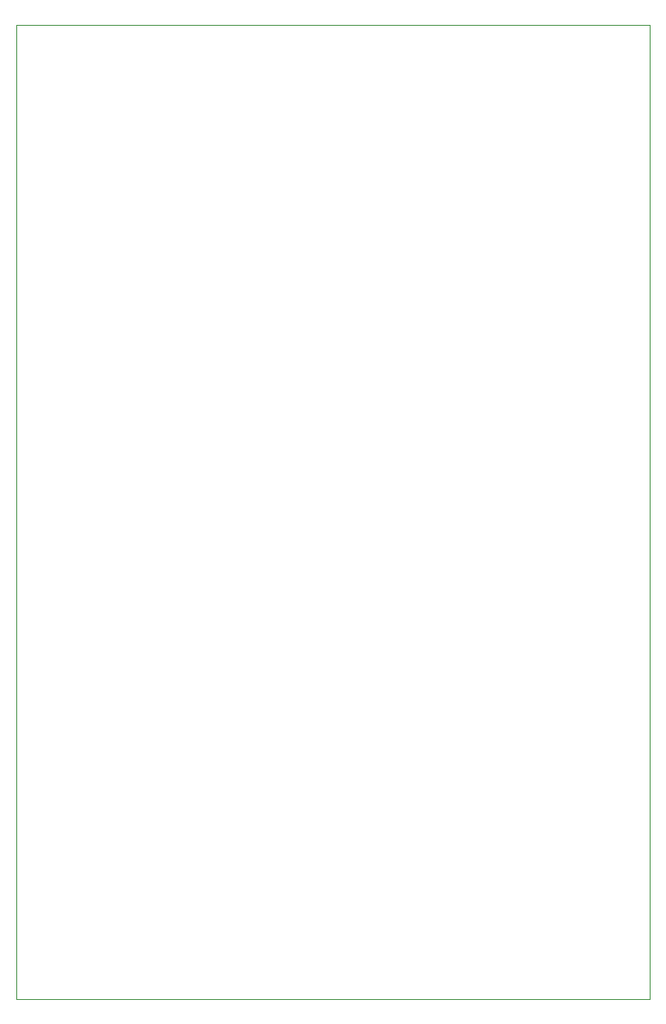
<source format=gbr>
G04 #@! TF.GenerationSoftware,KiCad,Pcbnew,(5.99.0-1438-g3759799d1)*
G04 #@! TF.CreationDate,2020-05-11T10:33:08+02:00*
G04 #@! TF.ProjectId,Uni_stick,556e695f-7374-4696-936b-2e6b69636164,rev?*
G04 #@! TF.SameCoordinates,Original*
G04 #@! TF.FileFunction,Profile,NP*
%FSLAX46Y46*%
G04 Gerber Fmt 4.6, Leading zero omitted, Abs format (unit mm)*
G04 Created by KiCad (PCBNEW (5.99.0-1438-g3759799d1)) date 2020-05-11 10:33:08*
%MOMM*%
%LPD*%
G01*
G04 APERTURE LIST*
G04 #@! TA.AperFunction,Profile*
%ADD10C,0.100000*%
G04 #@! TD*
G04 APERTURE END LIST*
D10*
X94000000Y-35000000D02*
X156500000Y-35000000D01*
X156500000Y-131000000D02*
X94000000Y-131000000D01*
X94000000Y-131000000D02*
X94000000Y-35000000D01*
X156500000Y-35000000D02*
X156500000Y-131000000D01*
M02*

</source>
